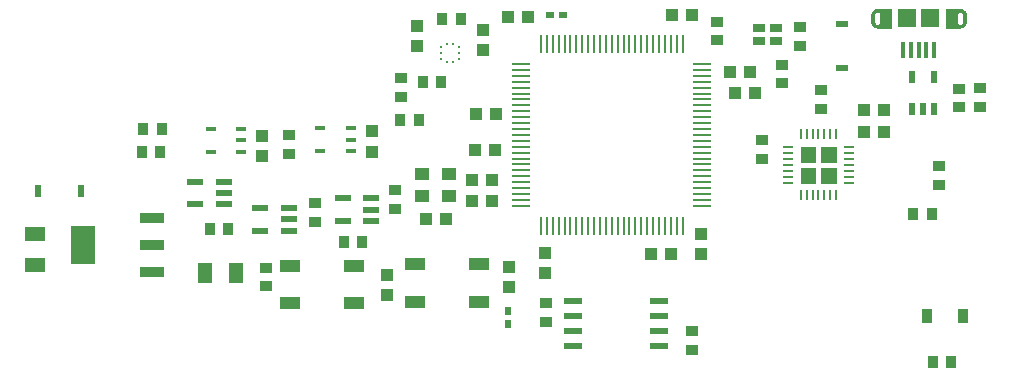
<source format=gbr>
%TF.GenerationSoftware,KiCad,Pcbnew,(6.0.9)*%
%TF.CreationDate,2022-12-21T09:32:13-07:00*%
%TF.ProjectId,Flight-Computer-Lite,466c6967-6874-42d4-936f-6d7075746572,rev?*%
%TF.SameCoordinates,Original*%
%TF.FileFunction,Paste,Top*%
%TF.FilePolarity,Positive*%
%FSLAX46Y46*%
G04 Gerber Fmt 4.6, Leading zero omitted, Abs format (unit mm)*
G04 Created by KiCad (PCBNEW (6.0.9)) date 2022-12-21 09:32:13*
%MOMM*%
%LPD*%
G01*
G04 APERTURE LIST*
%ADD10C,0.000100*%
%ADD11C,0.010000*%
%ADD12R,0.940000X1.020000*%
%ADD13R,1.020000X0.940000*%
%ADD14R,0.965200X1.295400*%
%ADD15R,1.700000X0.990600*%
%ADD16R,0.952500X0.406400*%
%ADD17R,1.100000X1.000000*%
%ADD18R,1.000000X0.800000*%
%ADD19R,0.609600X0.685800*%
%ADD20R,1.041400X0.584200*%
%ADD21R,1.270000X1.778000*%
%ADD22R,1.300000X1.100000*%
%ADD23R,1.000000X1.100000*%
%ADD24R,0.584200X1.041400*%
%ADD25R,0.685800X0.609600*%
%ADD26R,1.524000X0.558800*%
%ADD27R,0.400000X1.350000*%
%ADD28R,1.500000X1.550000*%
%ADD29R,0.900000X0.254000*%
%ADD30R,0.254000X0.900000*%
%ADD31R,0.558800X0.979300*%
%ADD32R,1.560000X0.280000*%
%ADD33R,0.280000X1.560000*%
%ADD34R,1.778000X1.270000*%
%ADD35R,1.320800X0.558800*%
%ADD36R,2.150000X0.950000*%
%ADD37R,2.150000X3.250000*%
%ADD38R,0.250000X0.275000*%
%ADD39R,0.275000X0.250000*%
G04 APERTURE END LIST*
D10*
%TO.C,P3*%
X231185600Y-79091500D02*
X231185600Y-78921500D01*
X224185600Y-77551500D02*
X224185600Y-77721500D01*
G36*
X231211600Y-77547500D02*
G01*
X231237600Y-77549500D01*
X231263600Y-77552500D01*
X231289600Y-77557500D01*
X231314600Y-77563500D01*
X231340600Y-77570500D01*
X231364600Y-77579500D01*
X231388600Y-77589500D01*
X231412600Y-77600500D01*
X231435600Y-77613500D01*
X231479600Y-77641500D01*
X231500600Y-77657500D01*
X231520600Y-77674500D01*
X231539600Y-77692500D01*
X231557600Y-77711500D01*
X231574600Y-77731500D01*
X231590600Y-77752500D01*
X231618600Y-77796500D01*
X231631600Y-77819500D01*
X231642600Y-77843500D01*
X231652600Y-77867500D01*
X231661600Y-77891500D01*
X231668600Y-77917500D01*
X231674600Y-77942500D01*
X231679600Y-77968500D01*
X231682600Y-77994500D01*
X231684600Y-78020500D01*
X231685600Y-78046500D01*
X231685600Y-78596500D01*
X231684600Y-78622500D01*
X231682600Y-78648500D01*
X231679600Y-78674500D01*
X231674600Y-78700500D01*
X231668600Y-78725500D01*
X231661600Y-78751500D01*
X231652600Y-78775500D01*
X231642600Y-78799500D01*
X231631600Y-78823500D01*
X231618600Y-78846500D01*
X231590600Y-78890500D01*
X231574600Y-78911500D01*
X231557600Y-78931500D01*
X231539600Y-78950500D01*
X231520600Y-78968500D01*
X231500600Y-78985500D01*
X231479600Y-79001500D01*
X231435600Y-79029500D01*
X231412600Y-79042500D01*
X231388600Y-79053500D01*
X231364600Y-79063500D01*
X231340600Y-79072500D01*
X231314600Y-79079500D01*
X231289600Y-79085500D01*
X231263600Y-79090500D01*
X231237600Y-79093500D01*
X231211600Y-79095500D01*
X231185600Y-79096500D01*
X231185600Y-78896500D01*
X231198600Y-78896500D01*
X231211600Y-78895500D01*
X231237600Y-78891500D01*
X231250600Y-78887500D01*
X231262600Y-78884500D01*
X231275600Y-78879500D01*
X231287600Y-78874500D01*
X231298600Y-78869500D01*
X231310600Y-78863500D01*
X231321600Y-78856500D01*
X231332600Y-78848500D01*
X231352600Y-78832500D01*
X231362600Y-78823500D01*
X231371600Y-78813500D01*
X231387600Y-78793500D01*
X231395600Y-78782500D01*
X231402600Y-78771500D01*
X231408600Y-78759500D01*
X231413600Y-78748500D01*
X231418600Y-78736500D01*
X231423600Y-78723500D01*
X231426600Y-78711500D01*
X231430600Y-78698500D01*
X231434600Y-78672500D01*
X231435600Y-78659500D01*
X231435600Y-77983500D01*
X231434600Y-77970500D01*
X231430600Y-77944500D01*
X231426600Y-77931500D01*
X231423600Y-77919500D01*
X231418600Y-77906500D01*
X231413600Y-77894500D01*
X231408600Y-77883500D01*
X231402600Y-77871500D01*
X231395600Y-77860500D01*
X231387600Y-77849500D01*
X231371600Y-77829500D01*
X231362600Y-77819500D01*
X231352600Y-77810500D01*
X231332600Y-77794500D01*
X231321600Y-77786500D01*
X231310600Y-77779500D01*
X231298600Y-77773500D01*
X231287600Y-77768500D01*
X231275600Y-77763500D01*
X231262600Y-77758500D01*
X231250600Y-77755500D01*
X231237600Y-77751500D01*
X231211600Y-77747500D01*
X231198600Y-77746500D01*
X231185600Y-77746500D01*
X231185600Y-77546500D01*
X231211600Y-77547500D01*
G37*
X231211600Y-77547500D02*
X231237600Y-77549500D01*
X231263600Y-77552500D01*
X231289600Y-77557500D01*
X231314600Y-77563500D01*
X231340600Y-77570500D01*
X231364600Y-77579500D01*
X231388600Y-77589500D01*
X231412600Y-77600500D01*
X231435600Y-77613500D01*
X231479600Y-77641500D01*
X231500600Y-77657500D01*
X231520600Y-77674500D01*
X231539600Y-77692500D01*
X231557600Y-77711500D01*
X231574600Y-77731500D01*
X231590600Y-77752500D01*
X231618600Y-77796500D01*
X231631600Y-77819500D01*
X231642600Y-77843500D01*
X231652600Y-77867500D01*
X231661600Y-77891500D01*
X231668600Y-77917500D01*
X231674600Y-77942500D01*
X231679600Y-77968500D01*
X231682600Y-77994500D01*
X231684600Y-78020500D01*
X231685600Y-78046500D01*
X231685600Y-78596500D01*
X231684600Y-78622500D01*
X231682600Y-78648500D01*
X231679600Y-78674500D01*
X231674600Y-78700500D01*
X231668600Y-78725500D01*
X231661600Y-78751500D01*
X231652600Y-78775500D01*
X231642600Y-78799500D01*
X231631600Y-78823500D01*
X231618600Y-78846500D01*
X231590600Y-78890500D01*
X231574600Y-78911500D01*
X231557600Y-78931500D01*
X231539600Y-78950500D01*
X231520600Y-78968500D01*
X231500600Y-78985500D01*
X231479600Y-79001500D01*
X231435600Y-79029500D01*
X231412600Y-79042500D01*
X231388600Y-79053500D01*
X231364600Y-79063500D01*
X231340600Y-79072500D01*
X231314600Y-79079500D01*
X231289600Y-79085500D01*
X231263600Y-79090500D01*
X231237600Y-79093500D01*
X231211600Y-79095500D01*
X231185600Y-79096500D01*
X231185600Y-78896500D01*
X231198600Y-78896500D01*
X231211600Y-78895500D01*
X231237600Y-78891500D01*
X231250600Y-78887500D01*
X231262600Y-78884500D01*
X231275600Y-78879500D01*
X231287600Y-78874500D01*
X231298600Y-78869500D01*
X231310600Y-78863500D01*
X231321600Y-78856500D01*
X231332600Y-78848500D01*
X231352600Y-78832500D01*
X231362600Y-78823500D01*
X231371600Y-78813500D01*
X231387600Y-78793500D01*
X231395600Y-78782500D01*
X231402600Y-78771500D01*
X231408600Y-78759500D01*
X231413600Y-78748500D01*
X231418600Y-78736500D01*
X231423600Y-78723500D01*
X231426600Y-78711500D01*
X231430600Y-78698500D01*
X231434600Y-78672500D01*
X231435600Y-78659500D01*
X231435600Y-77983500D01*
X231434600Y-77970500D01*
X231430600Y-77944500D01*
X231426600Y-77931500D01*
X231423600Y-77919500D01*
X231418600Y-77906500D01*
X231413600Y-77894500D01*
X231408600Y-77883500D01*
X231402600Y-77871500D01*
X231395600Y-77860500D01*
X231387600Y-77849500D01*
X231371600Y-77829500D01*
X231362600Y-77819500D01*
X231352600Y-77810500D01*
X231332600Y-77794500D01*
X231321600Y-77786500D01*
X231310600Y-77779500D01*
X231298600Y-77773500D01*
X231287600Y-77768500D01*
X231275600Y-77763500D01*
X231262600Y-77758500D01*
X231250600Y-77755500D01*
X231237600Y-77751500D01*
X231211600Y-77747500D01*
X231198600Y-77746500D01*
X231185600Y-77746500D01*
X231185600Y-77546500D01*
X231211600Y-77547500D01*
G36*
X231185600Y-77746500D02*
G01*
X231172600Y-77746500D01*
X231159600Y-77747500D01*
X231133600Y-77751500D01*
X231120600Y-77755500D01*
X231108600Y-77758500D01*
X231095600Y-77763500D01*
X231083600Y-77768500D01*
X231072600Y-77773500D01*
X231060600Y-77779500D01*
X231049600Y-77786500D01*
X231038600Y-77794500D01*
X231018600Y-77810500D01*
X231008600Y-77819500D01*
X230999600Y-77829500D01*
X230983600Y-77849500D01*
X230975600Y-77860500D01*
X230968600Y-77871500D01*
X230962600Y-77883500D01*
X230957600Y-77894500D01*
X230952600Y-77906500D01*
X230947600Y-77919500D01*
X230944600Y-77931500D01*
X230940600Y-77944500D01*
X230936600Y-77970500D01*
X230935600Y-77983500D01*
X230935600Y-78659500D01*
X230936600Y-78672500D01*
X230940600Y-78698500D01*
X230944600Y-78711500D01*
X230947600Y-78723500D01*
X230952600Y-78736500D01*
X230957600Y-78748500D01*
X230962600Y-78759500D01*
X230968600Y-78771500D01*
X230975600Y-78782500D01*
X230983600Y-78793500D01*
X230999600Y-78813500D01*
X231008600Y-78823500D01*
X231018600Y-78832500D01*
X231038600Y-78848500D01*
X231049600Y-78856500D01*
X231060600Y-78863500D01*
X231072600Y-78869500D01*
X231083600Y-78874500D01*
X231095600Y-78879500D01*
X231108600Y-78884500D01*
X231120600Y-78887500D01*
X231133600Y-78891500D01*
X231159600Y-78895500D01*
X231172600Y-78896500D01*
X231185600Y-78896500D01*
X231185600Y-79096500D01*
X229985600Y-79096500D01*
X229985600Y-77546500D01*
X231185600Y-77546500D01*
X231185600Y-77746500D01*
G37*
X231185600Y-77746500D02*
X231172600Y-77746500D01*
X231159600Y-77747500D01*
X231133600Y-77751500D01*
X231120600Y-77755500D01*
X231108600Y-77758500D01*
X231095600Y-77763500D01*
X231083600Y-77768500D01*
X231072600Y-77773500D01*
X231060600Y-77779500D01*
X231049600Y-77786500D01*
X231038600Y-77794500D01*
X231018600Y-77810500D01*
X231008600Y-77819500D01*
X230999600Y-77829500D01*
X230983600Y-77849500D01*
X230975600Y-77860500D01*
X230968600Y-77871500D01*
X230962600Y-77883500D01*
X230957600Y-77894500D01*
X230952600Y-77906500D01*
X230947600Y-77919500D01*
X230944600Y-77931500D01*
X230940600Y-77944500D01*
X230936600Y-77970500D01*
X230935600Y-77983500D01*
X230935600Y-78659500D01*
X230936600Y-78672500D01*
X230940600Y-78698500D01*
X230944600Y-78711500D01*
X230947600Y-78723500D01*
X230952600Y-78736500D01*
X230957600Y-78748500D01*
X230962600Y-78759500D01*
X230968600Y-78771500D01*
X230975600Y-78782500D01*
X230983600Y-78793500D01*
X230999600Y-78813500D01*
X231008600Y-78823500D01*
X231018600Y-78832500D01*
X231038600Y-78848500D01*
X231049600Y-78856500D01*
X231060600Y-78863500D01*
X231072600Y-78869500D01*
X231083600Y-78874500D01*
X231095600Y-78879500D01*
X231108600Y-78884500D01*
X231120600Y-78887500D01*
X231133600Y-78891500D01*
X231159600Y-78895500D01*
X231172600Y-78896500D01*
X231185600Y-78896500D01*
X231185600Y-79096500D01*
X229985600Y-79096500D01*
X229985600Y-77546500D01*
X231185600Y-77546500D01*
X231185600Y-77746500D01*
G36*
X224185600Y-77746500D02*
G01*
X224172600Y-77746500D01*
X224159600Y-77747500D01*
X224133600Y-77751500D01*
X224120600Y-77755500D01*
X224108600Y-77758500D01*
X224095600Y-77763500D01*
X224083600Y-77768500D01*
X224072600Y-77773500D01*
X224060600Y-77779500D01*
X224049600Y-77786500D01*
X224038600Y-77794500D01*
X224018600Y-77810500D01*
X224008600Y-77819500D01*
X223999600Y-77829500D01*
X223983600Y-77849500D01*
X223975600Y-77860500D01*
X223968600Y-77871500D01*
X223962600Y-77883500D01*
X223957600Y-77894500D01*
X223952600Y-77906500D01*
X223947600Y-77919500D01*
X223944600Y-77931500D01*
X223940600Y-77944500D01*
X223936600Y-77970500D01*
X223935600Y-77983500D01*
X223935600Y-78659500D01*
X223936600Y-78672500D01*
X223940600Y-78698500D01*
X223944600Y-78711500D01*
X223947600Y-78723500D01*
X223952600Y-78736500D01*
X223957600Y-78748500D01*
X223962600Y-78759500D01*
X223968600Y-78771500D01*
X223975600Y-78782500D01*
X223983600Y-78793500D01*
X223999600Y-78813500D01*
X224008600Y-78823500D01*
X224018600Y-78832500D01*
X224038600Y-78848500D01*
X224049600Y-78856500D01*
X224060600Y-78863500D01*
X224072600Y-78869500D01*
X224083600Y-78874500D01*
X224095600Y-78879500D01*
X224108600Y-78884500D01*
X224120600Y-78887500D01*
X224133600Y-78891500D01*
X224159600Y-78895500D01*
X224172600Y-78896500D01*
X224185600Y-78896500D01*
X224185600Y-79096500D01*
X224159600Y-79095500D01*
X224133600Y-79093500D01*
X224107600Y-79090500D01*
X224081600Y-79085500D01*
X224056600Y-79079500D01*
X224030600Y-79072500D01*
X224006600Y-79063500D01*
X223982600Y-79053500D01*
X223958600Y-79042500D01*
X223935600Y-79029500D01*
X223891600Y-79001500D01*
X223870600Y-78985500D01*
X223850600Y-78968500D01*
X223831600Y-78950500D01*
X223813600Y-78931500D01*
X223796600Y-78911500D01*
X223780600Y-78890500D01*
X223752600Y-78846500D01*
X223739600Y-78823500D01*
X223728600Y-78799500D01*
X223718600Y-78775500D01*
X223709600Y-78751500D01*
X223702600Y-78725500D01*
X223696600Y-78700500D01*
X223691600Y-78674500D01*
X223688600Y-78648500D01*
X223686600Y-78622500D01*
X223685600Y-78596500D01*
X223685600Y-78046500D01*
X223686600Y-78020500D01*
X223688600Y-77994500D01*
X223691600Y-77968500D01*
X223696600Y-77942500D01*
X223702600Y-77917500D01*
X223709600Y-77891500D01*
X223718600Y-77867500D01*
X223728600Y-77843500D01*
X223739600Y-77819500D01*
X223752600Y-77796500D01*
X223780600Y-77752500D01*
X223796600Y-77731500D01*
X223813600Y-77711500D01*
X223831600Y-77692500D01*
X223850600Y-77674500D01*
X223870600Y-77657500D01*
X223891600Y-77641500D01*
X223935600Y-77613500D01*
X223958600Y-77600500D01*
X223982600Y-77589500D01*
X224006600Y-77579500D01*
X224030600Y-77570500D01*
X224056600Y-77563500D01*
X224081600Y-77557500D01*
X224107600Y-77552500D01*
X224133600Y-77549500D01*
X224159600Y-77547500D01*
X224185600Y-77546500D01*
X224185600Y-77746500D01*
G37*
X224185600Y-77746500D02*
X224172600Y-77746500D01*
X224159600Y-77747500D01*
X224133600Y-77751500D01*
X224120600Y-77755500D01*
X224108600Y-77758500D01*
X224095600Y-77763500D01*
X224083600Y-77768500D01*
X224072600Y-77773500D01*
X224060600Y-77779500D01*
X224049600Y-77786500D01*
X224038600Y-77794500D01*
X224018600Y-77810500D01*
X224008600Y-77819500D01*
X223999600Y-77829500D01*
X223983600Y-77849500D01*
X223975600Y-77860500D01*
X223968600Y-77871500D01*
X223962600Y-77883500D01*
X223957600Y-77894500D01*
X223952600Y-77906500D01*
X223947600Y-77919500D01*
X223944600Y-77931500D01*
X223940600Y-77944500D01*
X223936600Y-77970500D01*
X223935600Y-77983500D01*
X223935600Y-78659500D01*
X223936600Y-78672500D01*
X223940600Y-78698500D01*
X223944600Y-78711500D01*
X223947600Y-78723500D01*
X223952600Y-78736500D01*
X223957600Y-78748500D01*
X223962600Y-78759500D01*
X223968600Y-78771500D01*
X223975600Y-78782500D01*
X223983600Y-78793500D01*
X223999600Y-78813500D01*
X224008600Y-78823500D01*
X224018600Y-78832500D01*
X224038600Y-78848500D01*
X224049600Y-78856500D01*
X224060600Y-78863500D01*
X224072600Y-78869500D01*
X224083600Y-78874500D01*
X224095600Y-78879500D01*
X224108600Y-78884500D01*
X224120600Y-78887500D01*
X224133600Y-78891500D01*
X224159600Y-78895500D01*
X224172600Y-78896500D01*
X224185600Y-78896500D01*
X224185600Y-79096500D01*
X224159600Y-79095500D01*
X224133600Y-79093500D01*
X224107600Y-79090500D01*
X224081600Y-79085500D01*
X224056600Y-79079500D01*
X224030600Y-79072500D01*
X224006600Y-79063500D01*
X223982600Y-79053500D01*
X223958600Y-79042500D01*
X223935600Y-79029500D01*
X223891600Y-79001500D01*
X223870600Y-78985500D01*
X223850600Y-78968500D01*
X223831600Y-78950500D01*
X223813600Y-78931500D01*
X223796600Y-78911500D01*
X223780600Y-78890500D01*
X223752600Y-78846500D01*
X223739600Y-78823500D01*
X223728600Y-78799500D01*
X223718600Y-78775500D01*
X223709600Y-78751500D01*
X223702600Y-78725500D01*
X223696600Y-78700500D01*
X223691600Y-78674500D01*
X223688600Y-78648500D01*
X223686600Y-78622500D01*
X223685600Y-78596500D01*
X223685600Y-78046500D01*
X223686600Y-78020500D01*
X223688600Y-77994500D01*
X223691600Y-77968500D01*
X223696600Y-77942500D01*
X223702600Y-77917500D01*
X223709600Y-77891500D01*
X223718600Y-77867500D01*
X223728600Y-77843500D01*
X223739600Y-77819500D01*
X223752600Y-77796500D01*
X223780600Y-77752500D01*
X223796600Y-77731500D01*
X223813600Y-77711500D01*
X223831600Y-77692500D01*
X223850600Y-77674500D01*
X223870600Y-77657500D01*
X223891600Y-77641500D01*
X223935600Y-77613500D01*
X223958600Y-77600500D01*
X223982600Y-77589500D01*
X224006600Y-77579500D01*
X224030600Y-77570500D01*
X224056600Y-77563500D01*
X224081600Y-77557500D01*
X224107600Y-77552500D01*
X224133600Y-77549500D01*
X224159600Y-77547500D01*
X224185600Y-77546500D01*
X224185600Y-77746500D01*
G36*
X225385600Y-79096500D02*
G01*
X224185600Y-79096500D01*
X224185600Y-78896500D01*
X224198600Y-78896500D01*
X224211600Y-78895500D01*
X224237600Y-78891500D01*
X224250600Y-78887500D01*
X224262600Y-78884500D01*
X224275600Y-78879500D01*
X224287600Y-78874500D01*
X224298600Y-78869500D01*
X224310600Y-78863500D01*
X224321600Y-78856500D01*
X224332600Y-78848500D01*
X224352600Y-78832500D01*
X224362600Y-78823500D01*
X224371600Y-78813500D01*
X224387600Y-78793500D01*
X224395600Y-78782500D01*
X224402600Y-78771500D01*
X224408600Y-78759500D01*
X224413600Y-78748500D01*
X224418600Y-78736500D01*
X224423600Y-78723500D01*
X224426600Y-78711500D01*
X224430600Y-78698500D01*
X224434600Y-78672500D01*
X224435600Y-78659500D01*
X224435600Y-77983500D01*
X224434600Y-77970500D01*
X224430600Y-77944500D01*
X224426600Y-77931500D01*
X224423600Y-77919500D01*
X224418600Y-77906500D01*
X224413600Y-77894500D01*
X224408600Y-77883500D01*
X224402600Y-77871500D01*
X224395600Y-77860500D01*
X224387600Y-77849500D01*
X224371600Y-77829500D01*
X224362600Y-77819500D01*
X224352600Y-77810500D01*
X224332600Y-77794500D01*
X224321600Y-77786500D01*
X224310600Y-77779500D01*
X224298600Y-77773500D01*
X224287600Y-77768500D01*
X224275600Y-77763500D01*
X224262600Y-77758500D01*
X224250600Y-77755500D01*
X224237600Y-77751500D01*
X224211600Y-77747500D01*
X224198600Y-77746500D01*
X224185600Y-77746500D01*
X224185600Y-77546500D01*
X225385600Y-77546500D01*
X225385600Y-79096500D01*
G37*
X225385600Y-79096500D02*
X224185600Y-79096500D01*
X224185600Y-78896500D01*
X224198600Y-78896500D01*
X224211600Y-78895500D01*
X224237600Y-78891500D01*
X224250600Y-78887500D01*
X224262600Y-78884500D01*
X224275600Y-78879500D01*
X224287600Y-78874500D01*
X224298600Y-78869500D01*
X224310600Y-78863500D01*
X224321600Y-78856500D01*
X224332600Y-78848500D01*
X224352600Y-78832500D01*
X224362600Y-78823500D01*
X224371600Y-78813500D01*
X224387600Y-78793500D01*
X224395600Y-78782500D01*
X224402600Y-78771500D01*
X224408600Y-78759500D01*
X224413600Y-78748500D01*
X224418600Y-78736500D01*
X224423600Y-78723500D01*
X224426600Y-78711500D01*
X224430600Y-78698500D01*
X224434600Y-78672500D01*
X224435600Y-78659500D01*
X224435600Y-77983500D01*
X224434600Y-77970500D01*
X224430600Y-77944500D01*
X224426600Y-77931500D01*
X224423600Y-77919500D01*
X224418600Y-77906500D01*
X224413600Y-77894500D01*
X224408600Y-77883500D01*
X224402600Y-77871500D01*
X224395600Y-77860500D01*
X224387600Y-77849500D01*
X224371600Y-77829500D01*
X224362600Y-77819500D01*
X224352600Y-77810500D01*
X224332600Y-77794500D01*
X224321600Y-77786500D01*
X224310600Y-77779500D01*
X224298600Y-77773500D01*
X224287600Y-77768500D01*
X224275600Y-77763500D01*
X224262600Y-77758500D01*
X224250600Y-77755500D01*
X224237600Y-77751500D01*
X224211600Y-77747500D01*
X224198600Y-77746500D01*
X224185600Y-77746500D01*
X224185600Y-77546500D01*
X225385600Y-77546500D01*
X225385600Y-79096500D01*
%TO.C,U4*%
G36*
X218949544Y-90478800D02*
G01*
X217700000Y-90478800D01*
X217700000Y-89226070D01*
X218949544Y-89226070D01*
X218949544Y-90478800D01*
G37*
D11*
X218949544Y-90478800D02*
X217700000Y-90478800D01*
X217700000Y-89226070D01*
X218949544Y-89226070D01*
X218949544Y-90478800D01*
G36*
X220702520Y-90478800D02*
G01*
X219450000Y-90478800D01*
X219450000Y-89226280D01*
X220702520Y-89226280D01*
X220702520Y-90478800D01*
G37*
X220702520Y-90478800D02*
X219450000Y-90478800D01*
X219450000Y-89226280D01*
X220702520Y-89226280D01*
X220702520Y-90478800D01*
G36*
X218949938Y-92228800D02*
G01*
X217700000Y-92228800D01*
X217700000Y-90978862D01*
X218949938Y-90978862D01*
X218949938Y-92228800D01*
G37*
X218949938Y-92228800D02*
X217700000Y-92228800D01*
X217700000Y-90978862D01*
X218949938Y-90978862D01*
X218949938Y-92228800D01*
G36*
X220702480Y-92228800D02*
G01*
X219450000Y-92228800D01*
X219450000Y-90979213D01*
X220702480Y-90979213D01*
X220702480Y-92228800D01*
G37*
X220702480Y-92228800D02*
X219450000Y-92228800D01*
X219450000Y-90979213D01*
X220702480Y-90979213D01*
X220702480Y-92228800D01*
%TD*%
D12*
%TO.C,R24*%
X180571200Y-97282000D03*
X178991200Y-97282000D03*
%TD*%
D13*
%TO.C,R23*%
X172440600Y-101018400D03*
X172440600Y-99438400D03*
%TD*%
D14*
%TO.C,D4*%
X231470200Y-103555800D03*
X228422200Y-103555800D03*
%TD*%
D15*
%TO.C,B1*%
X190456800Y-102336399D03*
X185056800Y-102336399D03*
X190456800Y-99136401D03*
X185056800Y-99136401D03*
%TD*%
D16*
%TO.C,Q1*%
X170338750Y-89596001D03*
X170338750Y-88646000D03*
X170338750Y-87695999D03*
X167786050Y-87695999D03*
X167786050Y-89596001D03*
%TD*%
D17*
%TO.C,C2*%
X191908800Y-86461600D03*
X190208800Y-86461600D03*
%TD*%
D13*
%TO.C,R8*%
X231063800Y-85854600D03*
X231063800Y-84274600D03*
%TD*%
D12*
%TO.C,R16*%
X161897000Y-89611200D03*
X163477000Y-89611200D03*
%TD*%
D18*
%TO.C,D1*%
X214134000Y-79104400D03*
X215634000Y-79104400D03*
X215634000Y-80204400D03*
X214134000Y-80204400D03*
%TD*%
D19*
%TO.C,J1*%
X192938400Y-104241600D03*
X192938400Y-103124000D03*
%TD*%
D20*
%TO.C,D2*%
X221164430Y-78803500D03*
X221164430Y-82486500D03*
%TD*%
D21*
%TO.C,C13*%
X167264600Y-99923600D03*
X169906200Y-99923600D03*
%TD*%
D17*
%TO.C,C8*%
X191604000Y-92049600D03*
X189904000Y-92049600D03*
%TD*%
D22*
%TO.C,Y1*%
X185641600Y-93330600D03*
X187941600Y-93330600D03*
X187941600Y-91530600D03*
X185641600Y-91530600D03*
%TD*%
D17*
%TO.C,C14*%
X190132600Y-89433400D03*
X191832600Y-89433400D03*
%TD*%
%TO.C,C9*%
X191604000Y-93802200D03*
X189904000Y-93802200D03*
%TD*%
D23*
%TO.C,C3*%
X192989200Y-99403800D03*
X192989200Y-101103800D03*
%TD*%
D17*
%TO.C,C18*%
X223025600Y-87985600D03*
X224725600Y-87985600D03*
%TD*%
%TO.C,C6*%
X211671800Y-82905600D03*
X213371800Y-82905600D03*
%TD*%
D24*
%TO.C,D3*%
X156781500Y-92919830D03*
X153098500Y-92919830D03*
%TD*%
D25*
%TO.C,J2*%
X196494400Y-78028800D03*
X197612000Y-78028800D03*
%TD*%
D13*
%TO.C,R2*%
X216128600Y-83822600D03*
X216128600Y-82242600D03*
%TD*%
%TO.C,R4*%
X229438200Y-92407800D03*
X229438200Y-90827800D03*
%TD*%
%TO.C,R9*%
X232841800Y-84249200D03*
X232841800Y-85829200D03*
%TD*%
D12*
%TO.C,R17*%
X187347800Y-78384400D03*
X188927800Y-78384400D03*
%TD*%
D26*
%TO.C,U3*%
X198437500Y-102235000D03*
X198437500Y-103505000D03*
X198437500Y-104775000D03*
X198437500Y-106045000D03*
X205727300Y-106045000D03*
X205727300Y-104775000D03*
X205727300Y-103505000D03*
X205727300Y-102235000D03*
%TD*%
D13*
%TO.C,R19*%
X174371000Y-88211600D03*
X174371000Y-89791600D03*
%TD*%
D27*
%TO.C,P3*%
X228985600Y-81021500D03*
X228335600Y-81021500D03*
X227685600Y-81021500D03*
X227035600Y-81021500D03*
X226385600Y-81021500D03*
D28*
X226685600Y-78321500D03*
X228685600Y-78321500D03*
%TD*%
D13*
%TO.C,R3*%
X210642200Y-80190400D03*
X210642200Y-78610400D03*
%TD*%
D17*
%TO.C,C17*%
X223025600Y-86055200D03*
X224725600Y-86055200D03*
%TD*%
D23*
%TO.C,C19*%
X172085000Y-90004000D03*
X172085000Y-88304000D03*
%TD*%
D13*
%TO.C,R10*%
X208457800Y-106403200D03*
X208457800Y-104823200D03*
%TD*%
D29*
%TO.C,U4*%
X221790000Y-92228800D03*
X221790000Y-91728800D03*
X221790000Y-91228800D03*
X221790000Y-90728800D03*
X221790000Y-90228800D03*
X221790000Y-89728800D03*
X221790000Y-89228800D03*
D30*
X220700000Y-88138800D03*
X220200000Y-88138800D03*
X219700000Y-88138800D03*
X219200000Y-88138800D03*
X218700000Y-88138800D03*
X218200000Y-88138800D03*
X217700000Y-88138800D03*
D29*
X216610000Y-89228800D03*
X216610000Y-89728800D03*
X216610000Y-90228800D03*
X216610000Y-90728800D03*
X216610000Y-91228800D03*
X216610000Y-91728800D03*
X216610000Y-92228800D03*
D30*
X217700000Y-93318800D03*
X218200000Y-93318800D03*
X218700000Y-93318800D03*
X219200000Y-93318800D03*
X219700000Y-93318800D03*
X220200000Y-93318800D03*
X220700000Y-93318800D03*
%TD*%
D13*
%TO.C,R12*%
X219430600Y-84427000D03*
X219430600Y-86007000D03*
%TD*%
D31*
%TO.C,D5*%
X227116599Y-85998748D03*
X228066600Y-85998748D03*
X229016601Y-85998748D03*
X229016601Y-83266852D03*
X227116599Y-83266852D03*
%TD*%
D23*
%TO.C,C22*%
X190804800Y-80987000D03*
X190804800Y-79287000D03*
%TD*%
D32*
%TO.C,U1*%
X194024500Y-82188800D03*
X194024500Y-82688800D03*
X194024500Y-83188800D03*
X194024500Y-83688800D03*
X194024500Y-84188800D03*
X194024500Y-84688800D03*
X194024500Y-85188800D03*
X194024500Y-85688800D03*
X194024500Y-86188800D03*
X194024500Y-86688800D03*
X194024500Y-87188800D03*
X194024500Y-87688800D03*
X194024500Y-88188800D03*
X194024500Y-88688800D03*
X194024500Y-89188800D03*
X194024500Y-89688800D03*
X194024500Y-90188800D03*
X194024500Y-90688800D03*
X194024500Y-91188800D03*
X194024500Y-91688800D03*
X194024500Y-92188800D03*
X194024500Y-92688800D03*
X194024500Y-93188800D03*
X194024500Y-93688800D03*
X194024500Y-94188800D03*
D33*
X195704500Y-95868800D03*
X196204500Y-95868800D03*
X196704500Y-95868800D03*
X197204500Y-95868800D03*
X197704500Y-95868800D03*
X198204500Y-95868800D03*
X198704500Y-95868800D03*
X199204500Y-95868800D03*
X199704500Y-95868800D03*
X200204500Y-95868800D03*
X200704500Y-95868800D03*
X201204500Y-95868800D03*
X201704500Y-95868800D03*
X202204500Y-95868800D03*
X202704500Y-95868800D03*
X203204500Y-95868800D03*
X203704500Y-95868800D03*
X204204500Y-95868800D03*
X204704500Y-95868800D03*
X205204500Y-95868800D03*
X205704500Y-95868800D03*
X206204500Y-95868800D03*
X206704500Y-95868800D03*
X207204500Y-95868800D03*
X207704500Y-95868800D03*
D32*
X209384500Y-94188800D03*
X209384500Y-93688800D03*
X209384500Y-93188800D03*
X209384500Y-92688800D03*
X209384500Y-92188800D03*
X209384500Y-91688800D03*
X209384500Y-91188800D03*
X209384500Y-90688800D03*
X209384500Y-90188800D03*
X209384500Y-89688800D03*
X209384500Y-89188800D03*
X209384500Y-88688800D03*
X209384500Y-88188800D03*
X209384500Y-87688800D03*
X209384500Y-87188800D03*
X209384500Y-86688800D03*
X209384500Y-86188800D03*
X209384500Y-85688800D03*
X209384500Y-85188800D03*
X209384500Y-84688800D03*
X209384500Y-84188800D03*
X209384500Y-83688800D03*
X209384500Y-83188800D03*
X209384500Y-82688800D03*
X209384500Y-82188800D03*
D33*
X207704500Y-80508800D03*
X207204500Y-80508800D03*
X206704500Y-80508800D03*
X206204500Y-80508800D03*
X205704500Y-80508800D03*
X205204500Y-80508800D03*
X204704500Y-80508800D03*
X204204500Y-80508800D03*
X203704500Y-80508800D03*
X203204500Y-80508800D03*
X202704500Y-80508800D03*
X202204500Y-80508800D03*
X201704500Y-80508800D03*
X201204500Y-80508800D03*
X200704500Y-80508800D03*
X200204500Y-80508800D03*
X199704500Y-80508800D03*
X199204500Y-80508800D03*
X198704500Y-80508800D03*
X198204500Y-80508800D03*
X197704500Y-80508800D03*
X197204500Y-80508800D03*
X196704500Y-80508800D03*
X196204500Y-80508800D03*
X195704500Y-80508800D03*
%TD*%
D17*
%TO.C,C11*%
X205042400Y-98247200D03*
X206742400Y-98247200D03*
%TD*%
%TO.C,C15*%
X212154400Y-84632800D03*
X213854400Y-84632800D03*
%TD*%
D12*
%TO.C,R6*%
X228876800Y-107416600D03*
X230456800Y-107416600D03*
%TD*%
%TO.C,R14*%
X162024000Y-87655400D03*
X163604000Y-87655400D03*
%TD*%
D23*
%TO.C,C4*%
X209270600Y-96559000D03*
X209270600Y-98259000D03*
%TD*%
D13*
%TO.C,R7*%
X196113400Y-102410200D03*
X196113400Y-103990200D03*
%TD*%
D34*
%TO.C,C10*%
X152831800Y-96596200D03*
X152831800Y-99237800D03*
%TD*%
D12*
%TO.C,R18*%
X185696800Y-83718400D03*
X187276800Y-83718400D03*
%TD*%
D17*
%TO.C,C12*%
X185941600Y-95300800D03*
X187641600Y-95300800D03*
%TD*%
D16*
%TO.C,Q2*%
X179584350Y-89545201D03*
X179584350Y-88595200D03*
X179584350Y-87645199D03*
X177031650Y-87645199D03*
X177031650Y-89545201D03*
%TD*%
D15*
%TO.C,B2*%
X179839600Y-102463399D03*
X174439600Y-102463399D03*
X179839600Y-99263401D03*
X174439600Y-99263401D03*
%TD*%
D23*
%TO.C,C7*%
X196088000Y-98210000D03*
X196088000Y-99910000D03*
%TD*%
D35*
%TO.C,U5*%
X168833800Y-94066401D03*
X168833800Y-93116400D03*
X168833800Y-92166399D03*
X166446200Y-92166399D03*
X166446200Y-94066401D03*
%TD*%
D36*
%TO.C,U2*%
X162746600Y-99785200D03*
D37*
X156946600Y-97485200D03*
D36*
X162746600Y-97485200D03*
X162746600Y-95185200D03*
%TD*%
D12*
%TO.C,R15*%
X169242800Y-96189800D03*
X167662800Y-96189800D03*
%TD*%
%TO.C,R20*%
X185346400Y-86918800D03*
X183766400Y-86918800D03*
%TD*%
D35*
%TO.C,U8*%
X181305200Y-95463401D03*
X181305200Y-94513400D03*
X181305200Y-93563399D03*
X178917600Y-93563399D03*
X178917600Y-95463401D03*
%TD*%
D13*
%TO.C,R11*%
X183896000Y-84965600D03*
X183896000Y-83385600D03*
%TD*%
%TO.C,R13*%
X214452200Y-90198000D03*
X214452200Y-88618000D03*
%TD*%
D35*
%TO.C,U7*%
X174345600Y-96301601D03*
X174345600Y-95351600D03*
X174345600Y-94401599D03*
X171958000Y-94401599D03*
X171958000Y-96301601D03*
%TD*%
D12*
%TO.C,R5*%
X228780400Y-94869000D03*
X227200400Y-94869000D03*
%TD*%
D23*
%TO.C,C20*%
X181406800Y-89597600D03*
X181406800Y-87897600D03*
%TD*%
D13*
%TO.C,R21*%
X176555400Y-93952000D03*
X176555400Y-95532000D03*
%TD*%
D38*
%TO.C,U6*%
X188261300Y-80492100D03*
X187761300Y-80492100D03*
D39*
X187248800Y-80754600D03*
X187248800Y-81254600D03*
X187248800Y-81754600D03*
D38*
X187761300Y-82017100D03*
X188261300Y-82017100D03*
D39*
X188773800Y-81754600D03*
X188773800Y-81254600D03*
X188773800Y-80754600D03*
%TD*%
D13*
%TO.C,R1*%
X217601800Y-80673000D03*
X217601800Y-79093000D03*
%TD*%
D23*
%TO.C,C21*%
X185191400Y-78931400D03*
X185191400Y-80631400D03*
%TD*%
D17*
%TO.C,C1*%
X208495000Y-78028800D03*
X206795000Y-78028800D03*
%TD*%
%TO.C,C5*%
X194652000Y-78232000D03*
X192952000Y-78232000D03*
%TD*%
D23*
%TO.C,C16*%
X182702200Y-100013400D03*
X182702200Y-101713400D03*
%TD*%
D13*
%TO.C,R22*%
X183311800Y-94465200D03*
X183311800Y-92885200D03*
%TD*%
M02*

</source>
